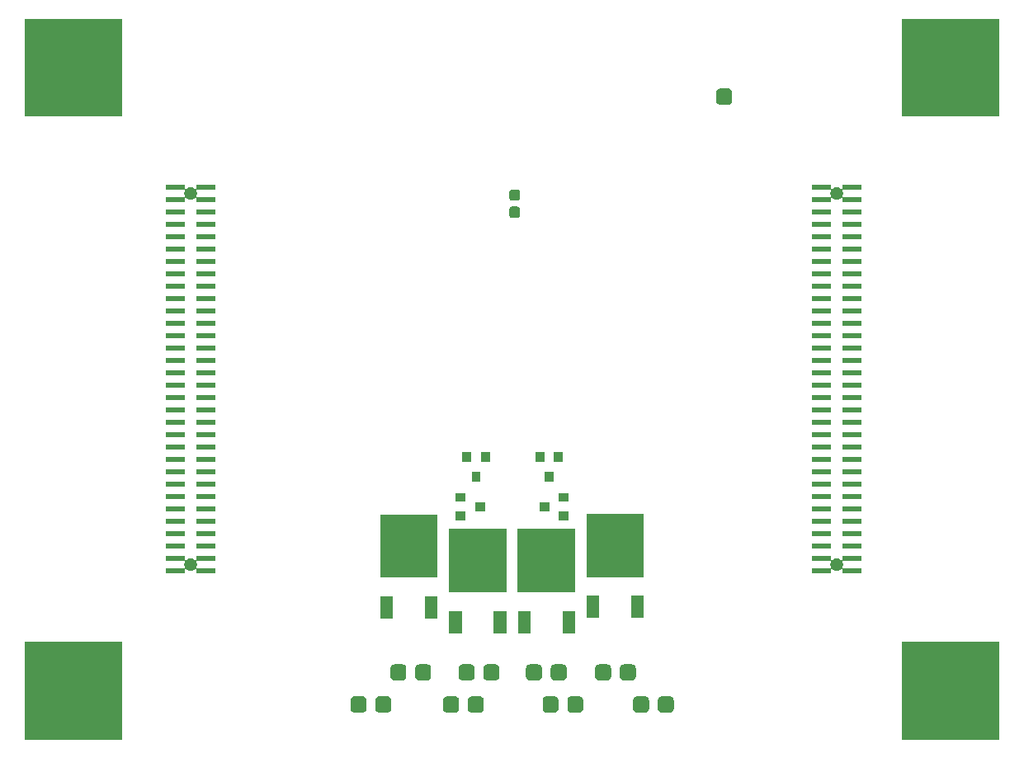
<source format=gbr>
G04 #@! TF.GenerationSoftware,KiCad,Pcbnew,5.1.5-52549c5~84~ubuntu18.04.1*
G04 #@! TF.CreationDate,2020-03-10T09:38:10-07:00*
G04 #@! TF.ProjectId,PD_ElectrodeBoard_v4,50445f45-6c65-4637-9472-6f6465426f61,4*
G04 #@! TF.SameCoordinates,Original*
G04 #@! TF.FileFunction,Soldermask,Bot*
G04 #@! TF.FilePolarity,Negative*
%FSLAX46Y46*%
G04 Gerber Fmt 4.6, Leading zero omitted, Abs format (unit mm)*
G04 Created by KiCad (PCBNEW 5.1.5-52549c5~84~ubuntu18.04.1) date 2020-03-10 09:38:10*
%MOMM*%
%LPD*%
G04 APERTURE LIST*
%ADD10C,0.100000*%
G04 APERTURE END LIST*
D10*
G36*
X250000000Y-124000000D02*
G01*
X240000000Y-124000000D01*
X240000000Y-114000000D01*
X250000000Y-114000000D01*
X250000000Y-124000000D01*
G37*
G36*
X160000000Y-124000000D02*
G01*
X150000000Y-124000000D01*
X150000000Y-114000000D01*
X160000000Y-114000000D01*
X160000000Y-124000000D01*
G37*
G36*
X216285916Y-119594446D02*
G01*
X216355075Y-119615425D01*
X216418803Y-119649488D01*
X216474666Y-119695334D01*
X216520512Y-119751197D01*
X216554575Y-119814925D01*
X216575554Y-119884084D01*
X216583000Y-119959686D01*
X216583000Y-120840314D01*
X216575554Y-120915916D01*
X216554575Y-120985075D01*
X216520512Y-121048803D01*
X216474666Y-121104666D01*
X216418803Y-121150512D01*
X216355075Y-121184575D01*
X216285916Y-121205554D01*
X216210314Y-121213000D01*
X215329686Y-121213000D01*
X215254084Y-121205554D01*
X215184925Y-121184575D01*
X215121197Y-121150512D01*
X215065334Y-121104666D01*
X215019488Y-121048803D01*
X214985425Y-120985075D01*
X214964446Y-120915916D01*
X214957000Y-120840314D01*
X214957000Y-119959686D01*
X214964446Y-119884084D01*
X214985425Y-119814925D01*
X215019488Y-119751197D01*
X215065334Y-119695334D01*
X215121197Y-119649488D01*
X215184925Y-119615425D01*
X215254084Y-119594446D01*
X215329686Y-119587000D01*
X216210314Y-119587000D01*
X216285916Y-119594446D01*
G37*
G36*
X206985916Y-119594446D02*
G01*
X207055075Y-119615425D01*
X207118803Y-119649488D01*
X207174666Y-119695334D01*
X207220512Y-119751197D01*
X207254575Y-119814925D01*
X207275554Y-119884084D01*
X207283000Y-119959686D01*
X207283000Y-120840314D01*
X207275554Y-120915916D01*
X207254575Y-120985075D01*
X207220512Y-121048803D01*
X207174666Y-121104666D01*
X207118803Y-121150512D01*
X207055075Y-121184575D01*
X206985916Y-121205554D01*
X206910314Y-121213000D01*
X206029686Y-121213000D01*
X205954084Y-121205554D01*
X205884925Y-121184575D01*
X205821197Y-121150512D01*
X205765334Y-121104666D01*
X205719488Y-121048803D01*
X205685425Y-120985075D01*
X205664446Y-120915916D01*
X205657000Y-120840314D01*
X205657000Y-119959686D01*
X205664446Y-119884084D01*
X205685425Y-119814925D01*
X205719488Y-119751197D01*
X205765334Y-119695334D01*
X205821197Y-119649488D01*
X205884925Y-119615425D01*
X205954084Y-119594446D01*
X206029686Y-119587000D01*
X206910314Y-119587000D01*
X206985916Y-119594446D01*
G37*
G36*
X204445916Y-119594446D02*
G01*
X204515075Y-119615425D01*
X204578803Y-119649488D01*
X204634666Y-119695334D01*
X204680512Y-119751197D01*
X204714575Y-119814925D01*
X204735554Y-119884084D01*
X204743000Y-119959686D01*
X204743000Y-120840314D01*
X204735554Y-120915916D01*
X204714575Y-120985075D01*
X204680512Y-121048803D01*
X204634666Y-121104666D01*
X204578803Y-121150512D01*
X204515075Y-121184575D01*
X204445916Y-121205554D01*
X204370314Y-121213000D01*
X203489686Y-121213000D01*
X203414084Y-121205554D01*
X203344925Y-121184575D01*
X203281197Y-121150512D01*
X203225334Y-121104666D01*
X203179488Y-121048803D01*
X203145425Y-120985075D01*
X203124446Y-120915916D01*
X203117000Y-120840314D01*
X203117000Y-119959686D01*
X203124446Y-119884084D01*
X203145425Y-119814925D01*
X203179488Y-119751197D01*
X203225334Y-119695334D01*
X203281197Y-119649488D01*
X203344925Y-119615425D01*
X203414084Y-119594446D01*
X203489686Y-119587000D01*
X204370314Y-119587000D01*
X204445916Y-119594446D01*
G37*
G36*
X196785916Y-119594446D02*
G01*
X196855075Y-119615425D01*
X196918803Y-119649488D01*
X196974666Y-119695334D01*
X197020512Y-119751197D01*
X197054575Y-119814925D01*
X197075554Y-119884084D01*
X197083000Y-119959686D01*
X197083000Y-120840314D01*
X197075554Y-120915916D01*
X197054575Y-120985075D01*
X197020512Y-121048803D01*
X196974666Y-121104666D01*
X196918803Y-121150512D01*
X196855075Y-121184575D01*
X196785916Y-121205554D01*
X196710314Y-121213000D01*
X195829686Y-121213000D01*
X195754084Y-121205554D01*
X195684925Y-121184575D01*
X195621197Y-121150512D01*
X195565334Y-121104666D01*
X195519488Y-121048803D01*
X195485425Y-120985075D01*
X195464446Y-120915916D01*
X195457000Y-120840314D01*
X195457000Y-119959686D01*
X195464446Y-119884084D01*
X195485425Y-119814925D01*
X195519488Y-119751197D01*
X195565334Y-119695334D01*
X195621197Y-119649488D01*
X195684925Y-119615425D01*
X195754084Y-119594446D01*
X195829686Y-119587000D01*
X196710314Y-119587000D01*
X196785916Y-119594446D01*
G37*
G36*
X194245916Y-119594446D02*
G01*
X194315075Y-119615425D01*
X194378803Y-119649488D01*
X194434666Y-119695334D01*
X194480512Y-119751197D01*
X194514575Y-119814925D01*
X194535554Y-119884084D01*
X194543000Y-119959686D01*
X194543000Y-120840314D01*
X194535554Y-120915916D01*
X194514575Y-120985075D01*
X194480512Y-121048803D01*
X194434666Y-121104666D01*
X194378803Y-121150512D01*
X194315075Y-121184575D01*
X194245916Y-121205554D01*
X194170314Y-121213000D01*
X193289686Y-121213000D01*
X193214084Y-121205554D01*
X193144925Y-121184575D01*
X193081197Y-121150512D01*
X193025334Y-121104666D01*
X192979488Y-121048803D01*
X192945425Y-120985075D01*
X192924446Y-120915916D01*
X192917000Y-120840314D01*
X192917000Y-119959686D01*
X192924446Y-119884084D01*
X192945425Y-119814925D01*
X192979488Y-119751197D01*
X193025334Y-119695334D01*
X193081197Y-119649488D01*
X193144925Y-119615425D01*
X193214084Y-119594446D01*
X193289686Y-119587000D01*
X194170314Y-119587000D01*
X194245916Y-119594446D01*
G37*
G36*
X187285916Y-119594446D02*
G01*
X187355075Y-119615425D01*
X187418803Y-119649488D01*
X187474666Y-119695334D01*
X187520512Y-119751197D01*
X187554575Y-119814925D01*
X187575554Y-119884084D01*
X187583000Y-119959686D01*
X187583000Y-120840314D01*
X187575554Y-120915916D01*
X187554575Y-120985075D01*
X187520512Y-121048803D01*
X187474666Y-121104666D01*
X187418803Y-121150512D01*
X187355075Y-121184575D01*
X187285916Y-121205554D01*
X187210314Y-121213000D01*
X186329686Y-121213000D01*
X186254084Y-121205554D01*
X186184925Y-121184575D01*
X186121197Y-121150512D01*
X186065334Y-121104666D01*
X186019488Y-121048803D01*
X185985425Y-120985075D01*
X185964446Y-120915916D01*
X185957000Y-120840314D01*
X185957000Y-119959686D01*
X185964446Y-119884084D01*
X185985425Y-119814925D01*
X186019488Y-119751197D01*
X186065334Y-119695334D01*
X186121197Y-119649488D01*
X186184925Y-119615425D01*
X186254084Y-119594446D01*
X186329686Y-119587000D01*
X187210314Y-119587000D01*
X187285916Y-119594446D01*
G37*
G36*
X213745916Y-119594446D02*
G01*
X213815075Y-119615425D01*
X213878803Y-119649488D01*
X213934666Y-119695334D01*
X213980512Y-119751197D01*
X214014575Y-119814925D01*
X214035554Y-119884084D01*
X214043000Y-119959686D01*
X214043000Y-120840314D01*
X214035554Y-120915916D01*
X214014575Y-120985075D01*
X213980512Y-121048803D01*
X213934666Y-121104666D01*
X213878803Y-121150512D01*
X213815075Y-121184575D01*
X213745916Y-121205554D01*
X213670314Y-121213000D01*
X212789686Y-121213000D01*
X212714084Y-121205554D01*
X212644925Y-121184575D01*
X212581197Y-121150512D01*
X212525334Y-121104666D01*
X212479488Y-121048803D01*
X212445425Y-120985075D01*
X212424446Y-120915916D01*
X212417000Y-120840314D01*
X212417000Y-119959686D01*
X212424446Y-119884084D01*
X212445425Y-119814925D01*
X212479488Y-119751197D01*
X212525334Y-119695334D01*
X212581197Y-119649488D01*
X212644925Y-119615425D01*
X212714084Y-119594446D01*
X212789686Y-119587000D01*
X213670314Y-119587000D01*
X213745916Y-119594446D01*
G37*
G36*
X184745916Y-119594446D02*
G01*
X184815075Y-119615425D01*
X184878803Y-119649488D01*
X184934666Y-119695334D01*
X184980512Y-119751197D01*
X185014575Y-119814925D01*
X185035554Y-119884084D01*
X185043000Y-119959686D01*
X185043000Y-120840314D01*
X185035554Y-120915916D01*
X185014575Y-120985075D01*
X184980512Y-121048803D01*
X184934666Y-121104666D01*
X184878803Y-121150512D01*
X184815075Y-121184575D01*
X184745916Y-121205554D01*
X184670314Y-121213000D01*
X183789686Y-121213000D01*
X183714084Y-121205554D01*
X183644925Y-121184575D01*
X183581197Y-121150512D01*
X183525334Y-121104666D01*
X183479488Y-121048803D01*
X183445425Y-120985075D01*
X183424446Y-120915916D01*
X183417000Y-120840314D01*
X183417000Y-119959686D01*
X183424446Y-119884084D01*
X183445425Y-119814925D01*
X183479488Y-119751197D01*
X183525334Y-119695334D01*
X183581197Y-119649488D01*
X183644925Y-119615425D01*
X183714084Y-119594446D01*
X183789686Y-119587000D01*
X184670314Y-119587000D01*
X184745916Y-119594446D01*
G37*
G36*
X198385916Y-116294446D02*
G01*
X198455075Y-116315425D01*
X198518803Y-116349488D01*
X198574666Y-116395334D01*
X198620512Y-116451197D01*
X198654575Y-116514925D01*
X198675554Y-116584084D01*
X198683000Y-116659686D01*
X198683000Y-117540314D01*
X198675554Y-117615916D01*
X198654575Y-117685075D01*
X198620512Y-117748803D01*
X198574666Y-117804666D01*
X198518803Y-117850512D01*
X198455075Y-117884575D01*
X198385916Y-117905554D01*
X198310314Y-117913000D01*
X197429686Y-117913000D01*
X197354084Y-117905554D01*
X197284925Y-117884575D01*
X197221197Y-117850512D01*
X197165334Y-117804666D01*
X197119488Y-117748803D01*
X197085425Y-117685075D01*
X197064446Y-117615916D01*
X197057000Y-117540314D01*
X197057000Y-116659686D01*
X197064446Y-116584084D01*
X197085425Y-116514925D01*
X197119488Y-116451197D01*
X197165334Y-116395334D01*
X197221197Y-116349488D01*
X197284925Y-116315425D01*
X197354084Y-116294446D01*
X197429686Y-116287000D01*
X198310314Y-116287000D01*
X198385916Y-116294446D01*
G37*
G36*
X202745916Y-116294446D02*
G01*
X202815075Y-116315425D01*
X202878803Y-116349488D01*
X202934666Y-116395334D01*
X202980512Y-116451197D01*
X203014575Y-116514925D01*
X203035554Y-116584084D01*
X203043000Y-116659686D01*
X203043000Y-117540314D01*
X203035554Y-117615916D01*
X203014575Y-117685075D01*
X202980512Y-117748803D01*
X202934666Y-117804666D01*
X202878803Y-117850512D01*
X202815075Y-117884575D01*
X202745916Y-117905554D01*
X202670314Y-117913000D01*
X201789686Y-117913000D01*
X201714084Y-117905554D01*
X201644925Y-117884575D01*
X201581197Y-117850512D01*
X201525334Y-117804666D01*
X201479488Y-117748803D01*
X201445425Y-117685075D01*
X201424446Y-117615916D01*
X201417000Y-117540314D01*
X201417000Y-116659686D01*
X201424446Y-116584084D01*
X201445425Y-116514925D01*
X201479488Y-116451197D01*
X201525334Y-116395334D01*
X201581197Y-116349488D01*
X201644925Y-116315425D01*
X201714084Y-116294446D01*
X201789686Y-116287000D01*
X202670314Y-116287000D01*
X202745916Y-116294446D01*
G37*
G36*
X205285916Y-116294446D02*
G01*
X205355075Y-116315425D01*
X205418803Y-116349488D01*
X205474666Y-116395334D01*
X205520512Y-116451197D01*
X205554575Y-116514925D01*
X205575554Y-116584084D01*
X205583000Y-116659686D01*
X205583000Y-117540314D01*
X205575554Y-117615916D01*
X205554575Y-117685075D01*
X205520512Y-117748803D01*
X205474666Y-117804666D01*
X205418803Y-117850512D01*
X205355075Y-117884575D01*
X205285916Y-117905554D01*
X205210314Y-117913000D01*
X204329686Y-117913000D01*
X204254084Y-117905554D01*
X204184925Y-117884575D01*
X204121197Y-117850512D01*
X204065334Y-117804666D01*
X204019488Y-117748803D01*
X203985425Y-117685075D01*
X203964446Y-117615916D01*
X203957000Y-117540314D01*
X203957000Y-116659686D01*
X203964446Y-116584084D01*
X203985425Y-116514925D01*
X204019488Y-116451197D01*
X204065334Y-116395334D01*
X204121197Y-116349488D01*
X204184925Y-116315425D01*
X204254084Y-116294446D01*
X204329686Y-116287000D01*
X205210314Y-116287000D01*
X205285916Y-116294446D01*
G37*
G36*
X209845916Y-116294446D02*
G01*
X209915075Y-116315425D01*
X209978803Y-116349488D01*
X210034666Y-116395334D01*
X210080512Y-116451197D01*
X210114575Y-116514925D01*
X210135554Y-116584084D01*
X210143000Y-116659686D01*
X210143000Y-117540314D01*
X210135554Y-117615916D01*
X210114575Y-117685075D01*
X210080512Y-117748803D01*
X210034666Y-117804666D01*
X209978803Y-117850512D01*
X209915075Y-117884575D01*
X209845916Y-117905554D01*
X209770314Y-117913000D01*
X208889686Y-117913000D01*
X208814084Y-117905554D01*
X208744925Y-117884575D01*
X208681197Y-117850512D01*
X208625334Y-117804666D01*
X208579488Y-117748803D01*
X208545425Y-117685075D01*
X208524446Y-117615916D01*
X208517000Y-117540314D01*
X208517000Y-116659686D01*
X208524446Y-116584084D01*
X208545425Y-116514925D01*
X208579488Y-116451197D01*
X208625334Y-116395334D01*
X208681197Y-116349488D01*
X208744925Y-116315425D01*
X208814084Y-116294446D01*
X208889686Y-116287000D01*
X209770314Y-116287000D01*
X209845916Y-116294446D01*
G37*
G36*
X212385916Y-116294446D02*
G01*
X212455075Y-116315425D01*
X212518803Y-116349488D01*
X212574666Y-116395334D01*
X212620512Y-116451197D01*
X212654575Y-116514925D01*
X212675554Y-116584084D01*
X212683000Y-116659686D01*
X212683000Y-117540314D01*
X212675554Y-117615916D01*
X212654575Y-117685075D01*
X212620512Y-117748803D01*
X212574666Y-117804666D01*
X212518803Y-117850512D01*
X212455075Y-117884575D01*
X212385916Y-117905554D01*
X212310314Y-117913000D01*
X211429686Y-117913000D01*
X211354084Y-117905554D01*
X211284925Y-117884575D01*
X211221197Y-117850512D01*
X211165334Y-117804666D01*
X211119488Y-117748803D01*
X211085425Y-117685075D01*
X211064446Y-117615916D01*
X211057000Y-117540314D01*
X211057000Y-116659686D01*
X211064446Y-116584084D01*
X211085425Y-116514925D01*
X211119488Y-116451197D01*
X211165334Y-116395334D01*
X211221197Y-116349488D01*
X211284925Y-116315425D01*
X211354084Y-116294446D01*
X211429686Y-116287000D01*
X212310314Y-116287000D01*
X212385916Y-116294446D01*
G37*
G36*
X188845916Y-116294446D02*
G01*
X188915075Y-116315425D01*
X188978803Y-116349488D01*
X189034666Y-116395334D01*
X189080512Y-116451197D01*
X189114575Y-116514925D01*
X189135554Y-116584084D01*
X189143000Y-116659686D01*
X189143000Y-117540314D01*
X189135554Y-117615916D01*
X189114575Y-117685075D01*
X189080512Y-117748803D01*
X189034666Y-117804666D01*
X188978803Y-117850512D01*
X188915075Y-117884575D01*
X188845916Y-117905554D01*
X188770314Y-117913000D01*
X187889686Y-117913000D01*
X187814084Y-117905554D01*
X187744925Y-117884575D01*
X187681197Y-117850512D01*
X187625334Y-117804666D01*
X187579488Y-117748803D01*
X187545425Y-117685075D01*
X187524446Y-117615916D01*
X187517000Y-117540314D01*
X187517000Y-116659686D01*
X187524446Y-116584084D01*
X187545425Y-116514925D01*
X187579488Y-116451197D01*
X187625334Y-116395334D01*
X187681197Y-116349488D01*
X187744925Y-116315425D01*
X187814084Y-116294446D01*
X187889686Y-116287000D01*
X188770314Y-116287000D01*
X188845916Y-116294446D01*
G37*
G36*
X195845916Y-116294446D02*
G01*
X195915075Y-116315425D01*
X195978803Y-116349488D01*
X196034666Y-116395334D01*
X196080512Y-116451197D01*
X196114575Y-116514925D01*
X196135554Y-116584084D01*
X196143000Y-116659686D01*
X196143000Y-117540314D01*
X196135554Y-117615916D01*
X196114575Y-117685075D01*
X196080512Y-117748803D01*
X196034666Y-117804666D01*
X195978803Y-117850512D01*
X195915075Y-117884575D01*
X195845916Y-117905554D01*
X195770314Y-117913000D01*
X194889686Y-117913000D01*
X194814084Y-117905554D01*
X194744925Y-117884575D01*
X194681197Y-117850512D01*
X194625334Y-117804666D01*
X194579488Y-117748803D01*
X194545425Y-117685075D01*
X194524446Y-117615916D01*
X194517000Y-117540314D01*
X194517000Y-116659686D01*
X194524446Y-116584084D01*
X194545425Y-116514925D01*
X194579488Y-116451197D01*
X194625334Y-116395334D01*
X194681197Y-116349488D01*
X194744925Y-116315425D01*
X194814084Y-116294446D01*
X194889686Y-116287000D01*
X195770314Y-116287000D01*
X195845916Y-116294446D01*
G37*
G36*
X191385916Y-116294446D02*
G01*
X191455075Y-116315425D01*
X191518803Y-116349488D01*
X191574666Y-116395334D01*
X191620512Y-116451197D01*
X191654575Y-116514925D01*
X191675554Y-116584084D01*
X191683000Y-116659686D01*
X191683000Y-117540314D01*
X191675554Y-117615916D01*
X191654575Y-117685075D01*
X191620512Y-117748803D01*
X191574666Y-117804666D01*
X191518803Y-117850512D01*
X191455075Y-117884575D01*
X191385916Y-117905554D01*
X191310314Y-117913000D01*
X190429686Y-117913000D01*
X190354084Y-117905554D01*
X190284925Y-117884575D01*
X190221197Y-117850512D01*
X190165334Y-117804666D01*
X190119488Y-117748803D01*
X190085425Y-117685075D01*
X190064446Y-117615916D01*
X190057000Y-117540314D01*
X190057000Y-116659686D01*
X190064446Y-116584084D01*
X190085425Y-116514925D01*
X190119488Y-116451197D01*
X190165334Y-116395334D01*
X190221197Y-116349488D01*
X190284925Y-116315425D01*
X190354084Y-116294446D01*
X190429686Y-116287000D01*
X191310314Y-116287000D01*
X191385916Y-116294446D01*
G37*
G36*
X194846000Y-113101000D02*
G01*
X193544000Y-113101000D01*
X193544000Y-110799000D01*
X194846000Y-110799000D01*
X194846000Y-113101000D01*
G37*
G36*
X201896000Y-113101000D02*
G01*
X200594000Y-113101000D01*
X200594000Y-110799000D01*
X201896000Y-110799000D01*
X201896000Y-113101000D01*
G37*
G36*
X206456000Y-113101000D02*
G01*
X205154000Y-113101000D01*
X205154000Y-110799000D01*
X206456000Y-110799000D01*
X206456000Y-113101000D01*
G37*
G36*
X199406000Y-113101000D02*
G01*
X198104000Y-113101000D01*
X198104000Y-110799000D01*
X199406000Y-110799000D01*
X199406000Y-113101000D01*
G37*
G36*
X187771000Y-111601000D02*
G01*
X186469000Y-111601000D01*
X186469000Y-109299000D01*
X187771000Y-109299000D01*
X187771000Y-111601000D01*
G37*
G36*
X192331000Y-111601000D02*
G01*
X191029000Y-111601000D01*
X191029000Y-109299000D01*
X192331000Y-109299000D01*
X192331000Y-111601000D01*
G37*
G36*
X208946000Y-111551000D02*
G01*
X207644000Y-111551000D01*
X207644000Y-109249000D01*
X208946000Y-109249000D01*
X208946000Y-111551000D01*
G37*
G36*
X213506000Y-111551000D02*
G01*
X212204000Y-111551000D01*
X212204000Y-109249000D01*
X213506000Y-109249000D01*
X213506000Y-111551000D01*
G37*
G36*
X199426000Y-108901000D02*
G01*
X193524000Y-108901000D01*
X193524000Y-102399000D01*
X199426000Y-102399000D01*
X199426000Y-108901000D01*
G37*
G36*
X206476000Y-108901000D02*
G01*
X200574000Y-108901000D01*
X200574000Y-102399000D01*
X206476000Y-102399000D01*
X206476000Y-108901000D01*
G37*
G36*
X192351000Y-107401000D02*
G01*
X186449000Y-107401000D01*
X186449000Y-100899000D01*
X192351000Y-100899000D01*
X192351000Y-107401000D01*
G37*
G36*
X213526000Y-107351000D02*
G01*
X207624000Y-107351000D01*
X207624000Y-100849000D01*
X213526000Y-100849000D01*
X213526000Y-107351000D01*
G37*
G36*
X232690600Y-105562068D02*
G01*
X232692041Y-105576700D01*
X232696309Y-105590769D01*
X232703240Y-105603735D01*
X232712567Y-105615100D01*
X232723932Y-105624427D01*
X232736898Y-105631358D01*
X232750967Y-105635626D01*
X232765599Y-105637067D01*
X232780231Y-105635626D01*
X232794300Y-105631358D01*
X232807266Y-105624427D01*
X232818631Y-105615100D01*
X232886988Y-105546743D01*
X232993102Y-105475839D01*
X233111015Y-105426998D01*
X233236187Y-105402100D01*
X233363813Y-105402100D01*
X233488985Y-105426998D01*
X233606898Y-105475839D01*
X233713012Y-105546743D01*
X233781369Y-105615100D01*
X233792734Y-105624427D01*
X233805700Y-105631358D01*
X233819769Y-105635626D01*
X233834401Y-105637067D01*
X233849033Y-105635626D01*
X233863102Y-105631358D01*
X233876068Y-105624427D01*
X233887433Y-105615100D01*
X233896760Y-105603735D01*
X233903691Y-105590769D01*
X233907959Y-105576700D01*
X233909400Y-105562068D01*
X233909400Y-105135400D01*
X235865600Y-105135400D01*
X235865600Y-105694600D01*
X233966315Y-105694600D01*
X233951683Y-105696041D01*
X233937614Y-105700309D01*
X233924648Y-105707240D01*
X233913283Y-105716567D01*
X233903956Y-105727932D01*
X233897025Y-105740898D01*
X233892757Y-105754967D01*
X233891316Y-105769599D01*
X233892757Y-105784231D01*
X233897025Y-105798300D01*
X233923002Y-105861014D01*
X233947900Y-105986187D01*
X233947900Y-106113813D01*
X233923002Y-106238986D01*
X233897025Y-106301700D01*
X233892757Y-106315769D01*
X233891316Y-106330401D01*
X233892757Y-106345033D01*
X233897025Y-106359102D01*
X233903956Y-106372068D01*
X233913283Y-106383433D01*
X233924648Y-106392760D01*
X233937614Y-106399691D01*
X233951683Y-106403959D01*
X233966315Y-106405400D01*
X235865600Y-106405400D01*
X235865600Y-106964600D01*
X233909400Y-106964600D01*
X233909400Y-106537932D01*
X233907959Y-106523300D01*
X233903691Y-106509231D01*
X233896760Y-106496265D01*
X233887433Y-106484900D01*
X233876068Y-106475573D01*
X233863102Y-106468642D01*
X233849033Y-106464374D01*
X233834401Y-106462933D01*
X233819769Y-106464374D01*
X233805700Y-106468642D01*
X233792734Y-106475573D01*
X233781369Y-106484900D01*
X233713012Y-106553257D01*
X233606898Y-106624161D01*
X233488985Y-106673002D01*
X233363813Y-106697900D01*
X233236187Y-106697900D01*
X233111015Y-106673002D01*
X232993102Y-106624161D01*
X232886988Y-106553257D01*
X232818631Y-106484900D01*
X232807266Y-106475573D01*
X232794300Y-106468642D01*
X232780231Y-106464374D01*
X232765599Y-106462933D01*
X232750967Y-106464374D01*
X232736898Y-106468642D01*
X232723932Y-106475573D01*
X232712567Y-106484900D01*
X232703240Y-106496265D01*
X232696309Y-106509231D01*
X232692041Y-106523300D01*
X232690600Y-106537932D01*
X232690600Y-106964600D01*
X230734400Y-106964600D01*
X230734400Y-106405400D01*
X232633685Y-106405400D01*
X232648317Y-106403959D01*
X232662386Y-106399691D01*
X232675352Y-106392760D01*
X232686717Y-106383433D01*
X232696044Y-106372068D01*
X232702975Y-106359102D01*
X232707243Y-106345033D01*
X232708684Y-106330401D01*
X232707243Y-106315769D01*
X232702975Y-106301700D01*
X232676998Y-106238986D01*
X232652100Y-106113813D01*
X232652100Y-105986187D01*
X232676998Y-105861014D01*
X232702975Y-105798300D01*
X232707243Y-105784231D01*
X232708684Y-105769599D01*
X232707243Y-105754967D01*
X232702975Y-105740898D01*
X232696044Y-105727932D01*
X232686717Y-105716567D01*
X232675352Y-105707240D01*
X232662386Y-105700309D01*
X232648317Y-105696041D01*
X232633685Y-105694600D01*
X230734400Y-105694600D01*
X230734400Y-105135400D01*
X232690600Y-105135400D01*
X232690600Y-105562068D01*
G37*
G36*
X166390600Y-105562068D02*
G01*
X166392041Y-105576700D01*
X166396309Y-105590769D01*
X166403240Y-105603735D01*
X166412567Y-105615100D01*
X166423932Y-105624427D01*
X166436898Y-105631358D01*
X166450967Y-105635626D01*
X166465599Y-105637067D01*
X166480231Y-105635626D01*
X166494300Y-105631358D01*
X166507266Y-105624427D01*
X166518631Y-105615100D01*
X166586988Y-105546743D01*
X166693102Y-105475839D01*
X166811015Y-105426998D01*
X166936187Y-105402100D01*
X167063813Y-105402100D01*
X167188985Y-105426998D01*
X167306898Y-105475839D01*
X167413012Y-105546743D01*
X167481369Y-105615100D01*
X167492734Y-105624427D01*
X167505700Y-105631358D01*
X167519769Y-105635626D01*
X167534401Y-105637067D01*
X167549033Y-105635626D01*
X167563102Y-105631358D01*
X167576068Y-105624427D01*
X167587433Y-105615100D01*
X167596760Y-105603735D01*
X167603691Y-105590769D01*
X167607959Y-105576700D01*
X167609400Y-105562068D01*
X167609400Y-105135400D01*
X169565600Y-105135400D01*
X169565600Y-105694600D01*
X167666315Y-105694600D01*
X167651683Y-105696041D01*
X167637614Y-105700309D01*
X167624648Y-105707240D01*
X167613283Y-105716567D01*
X167603956Y-105727932D01*
X167597025Y-105740898D01*
X167592757Y-105754967D01*
X167591316Y-105769599D01*
X167592757Y-105784231D01*
X167597025Y-105798300D01*
X167623002Y-105861014D01*
X167647900Y-105986187D01*
X167647900Y-106113813D01*
X167623002Y-106238986D01*
X167597025Y-106301700D01*
X167592757Y-106315769D01*
X167591316Y-106330401D01*
X167592757Y-106345033D01*
X167597025Y-106359102D01*
X167603956Y-106372068D01*
X167613283Y-106383433D01*
X167624648Y-106392760D01*
X167637614Y-106399691D01*
X167651683Y-106403959D01*
X167666315Y-106405400D01*
X169565600Y-106405400D01*
X169565600Y-106964600D01*
X167609400Y-106964600D01*
X167609400Y-106537932D01*
X167607959Y-106523300D01*
X167603691Y-106509231D01*
X167596760Y-106496265D01*
X167587433Y-106484900D01*
X167576068Y-106475573D01*
X167563102Y-106468642D01*
X167549033Y-106464374D01*
X167534401Y-106462933D01*
X167519769Y-106464374D01*
X167505700Y-106468642D01*
X167492734Y-106475573D01*
X167481369Y-106484900D01*
X167413012Y-106553257D01*
X167306898Y-106624161D01*
X167188985Y-106673002D01*
X167063813Y-106697900D01*
X166936187Y-106697900D01*
X166811015Y-106673002D01*
X166693102Y-106624161D01*
X166586988Y-106553257D01*
X166518631Y-106484900D01*
X166507266Y-106475573D01*
X166494300Y-106468642D01*
X166480231Y-106464374D01*
X166465599Y-106462933D01*
X166450967Y-106464374D01*
X166436898Y-106468642D01*
X166423932Y-106475573D01*
X166412567Y-106484900D01*
X166403240Y-106496265D01*
X166396309Y-106509231D01*
X166392041Y-106523300D01*
X166390600Y-106537932D01*
X166390600Y-106964600D01*
X164434400Y-106964600D01*
X164434400Y-106405400D01*
X166333685Y-106405400D01*
X166348317Y-106403959D01*
X166362386Y-106399691D01*
X166375352Y-106392760D01*
X166386717Y-106383433D01*
X166396044Y-106372068D01*
X166402975Y-106359102D01*
X166407243Y-106345033D01*
X166408684Y-106330401D01*
X166407243Y-106315769D01*
X166402975Y-106301700D01*
X166376998Y-106238986D01*
X166352100Y-106113813D01*
X166352100Y-105986187D01*
X166376998Y-105861014D01*
X166402975Y-105798300D01*
X166407243Y-105784231D01*
X166408684Y-105769599D01*
X166407243Y-105754967D01*
X166402975Y-105740898D01*
X166396044Y-105727932D01*
X166386717Y-105716567D01*
X166375352Y-105707240D01*
X166362386Y-105700309D01*
X166348317Y-105696041D01*
X166333685Y-105694600D01*
X164434400Y-105694600D01*
X164434400Y-105135400D01*
X166390600Y-105135400D01*
X166390600Y-105562068D01*
G37*
G36*
X232690600Y-104424600D02*
G01*
X230734400Y-104424600D01*
X230734400Y-103865400D01*
X232690600Y-103865400D01*
X232690600Y-104424600D01*
G37*
G36*
X235865600Y-104424600D02*
G01*
X233909400Y-104424600D01*
X233909400Y-103865400D01*
X235865600Y-103865400D01*
X235865600Y-104424600D01*
G37*
G36*
X169565600Y-104424600D02*
G01*
X167609400Y-104424600D01*
X167609400Y-103865400D01*
X169565600Y-103865400D01*
X169565600Y-104424600D01*
G37*
G36*
X166390600Y-104424600D02*
G01*
X164434400Y-104424600D01*
X164434400Y-103865400D01*
X166390600Y-103865400D01*
X166390600Y-104424600D01*
G37*
G36*
X235865600Y-103154600D02*
G01*
X233909400Y-103154600D01*
X233909400Y-102595400D01*
X235865600Y-102595400D01*
X235865600Y-103154600D01*
G37*
G36*
X232690600Y-103154600D02*
G01*
X230734400Y-103154600D01*
X230734400Y-102595400D01*
X232690600Y-102595400D01*
X232690600Y-103154600D01*
G37*
G36*
X169565600Y-103154600D02*
G01*
X167609400Y-103154600D01*
X167609400Y-102595400D01*
X169565600Y-102595400D01*
X169565600Y-103154600D01*
G37*
G36*
X166390600Y-103154600D02*
G01*
X164434400Y-103154600D01*
X164434400Y-102595400D01*
X166390600Y-102595400D01*
X166390600Y-103154600D01*
G37*
G36*
X166390600Y-101884600D02*
G01*
X164434400Y-101884600D01*
X164434400Y-101325400D01*
X166390600Y-101325400D01*
X166390600Y-101884600D01*
G37*
G36*
X232690600Y-101884600D02*
G01*
X230734400Y-101884600D01*
X230734400Y-101325400D01*
X232690600Y-101325400D01*
X232690600Y-101884600D01*
G37*
G36*
X235865600Y-101884600D02*
G01*
X233909400Y-101884600D01*
X233909400Y-101325400D01*
X235865600Y-101325400D01*
X235865600Y-101884600D01*
G37*
G36*
X169565600Y-101884600D02*
G01*
X167609400Y-101884600D01*
X167609400Y-101325400D01*
X169565600Y-101325400D01*
X169565600Y-101884600D01*
G37*
G36*
X205801000Y-101501000D02*
G01*
X204799000Y-101501000D01*
X204799000Y-100599000D01*
X205801000Y-100599000D01*
X205801000Y-101501000D01*
G37*
G36*
X195201000Y-101501000D02*
G01*
X194199000Y-101501000D01*
X194199000Y-100599000D01*
X195201000Y-100599000D01*
X195201000Y-101501000D01*
G37*
G36*
X235865600Y-100614600D02*
G01*
X233909400Y-100614600D01*
X233909400Y-100055400D01*
X235865600Y-100055400D01*
X235865600Y-100614600D01*
G37*
G36*
X232690600Y-100614600D02*
G01*
X230734400Y-100614600D01*
X230734400Y-100055400D01*
X232690600Y-100055400D01*
X232690600Y-100614600D01*
G37*
G36*
X169565600Y-100614600D02*
G01*
X167609400Y-100614600D01*
X167609400Y-100055400D01*
X169565600Y-100055400D01*
X169565600Y-100614600D01*
G37*
G36*
X166390600Y-100614600D02*
G01*
X164434400Y-100614600D01*
X164434400Y-100055400D01*
X166390600Y-100055400D01*
X166390600Y-100614600D01*
G37*
G36*
X203801000Y-100551000D02*
G01*
X202799000Y-100551000D01*
X202799000Y-99649000D01*
X203801000Y-99649000D01*
X203801000Y-100551000D01*
G37*
G36*
X197201000Y-100551000D02*
G01*
X196199000Y-100551000D01*
X196199000Y-99649000D01*
X197201000Y-99649000D01*
X197201000Y-100551000D01*
G37*
G36*
X205801000Y-99601000D02*
G01*
X204799000Y-99601000D01*
X204799000Y-98699000D01*
X205801000Y-98699000D01*
X205801000Y-99601000D01*
G37*
G36*
X195201000Y-99601000D02*
G01*
X194199000Y-99601000D01*
X194199000Y-98699000D01*
X195201000Y-98699000D01*
X195201000Y-99601000D01*
G37*
G36*
X232690600Y-99344600D02*
G01*
X230734400Y-99344600D01*
X230734400Y-98785400D01*
X232690600Y-98785400D01*
X232690600Y-99344600D01*
G37*
G36*
X235865600Y-99344600D02*
G01*
X233909400Y-99344600D01*
X233909400Y-98785400D01*
X235865600Y-98785400D01*
X235865600Y-99344600D01*
G37*
G36*
X166390600Y-99344600D02*
G01*
X164434400Y-99344600D01*
X164434400Y-98785400D01*
X166390600Y-98785400D01*
X166390600Y-99344600D01*
G37*
G36*
X169565600Y-99344600D02*
G01*
X167609400Y-99344600D01*
X167609400Y-98785400D01*
X169565600Y-98785400D01*
X169565600Y-99344600D01*
G37*
G36*
X169565600Y-98074600D02*
G01*
X167609400Y-98074600D01*
X167609400Y-97515400D01*
X169565600Y-97515400D01*
X169565600Y-98074600D01*
G37*
G36*
X235865600Y-98074600D02*
G01*
X233909400Y-98074600D01*
X233909400Y-97515400D01*
X235865600Y-97515400D01*
X235865600Y-98074600D01*
G37*
G36*
X166390600Y-98074600D02*
G01*
X164434400Y-98074600D01*
X164434400Y-97515400D01*
X166390600Y-97515400D01*
X166390600Y-98074600D01*
G37*
G36*
X232690600Y-98074600D02*
G01*
X230734400Y-98074600D01*
X230734400Y-97515400D01*
X232690600Y-97515400D01*
X232690600Y-98074600D01*
G37*
G36*
X204251000Y-97501000D02*
G01*
X203349000Y-97501000D01*
X203349000Y-96499000D01*
X204251000Y-96499000D01*
X204251000Y-97501000D01*
G37*
G36*
X196751000Y-97501000D02*
G01*
X195849000Y-97501000D01*
X195849000Y-96499000D01*
X196751000Y-96499000D01*
X196751000Y-97501000D01*
G37*
G36*
X166390600Y-96804600D02*
G01*
X164434400Y-96804600D01*
X164434400Y-96245400D01*
X166390600Y-96245400D01*
X166390600Y-96804600D01*
G37*
G36*
X232690600Y-96804600D02*
G01*
X230734400Y-96804600D01*
X230734400Y-96245400D01*
X232690600Y-96245400D01*
X232690600Y-96804600D01*
G37*
G36*
X235865600Y-96804600D02*
G01*
X233909400Y-96804600D01*
X233909400Y-96245400D01*
X235865600Y-96245400D01*
X235865600Y-96804600D01*
G37*
G36*
X169565600Y-96804600D02*
G01*
X167609400Y-96804600D01*
X167609400Y-96245400D01*
X169565600Y-96245400D01*
X169565600Y-96804600D01*
G37*
G36*
X235865600Y-95534600D02*
G01*
X233909400Y-95534600D01*
X233909400Y-94975400D01*
X235865600Y-94975400D01*
X235865600Y-95534600D01*
G37*
G36*
X232690600Y-95534600D02*
G01*
X230734400Y-95534600D01*
X230734400Y-94975400D01*
X232690600Y-94975400D01*
X232690600Y-95534600D01*
G37*
G36*
X166390600Y-95534600D02*
G01*
X164434400Y-95534600D01*
X164434400Y-94975400D01*
X166390600Y-94975400D01*
X166390600Y-95534600D01*
G37*
G36*
X169565600Y-95534600D02*
G01*
X167609400Y-95534600D01*
X167609400Y-94975400D01*
X169565600Y-94975400D01*
X169565600Y-95534600D01*
G37*
G36*
X205201000Y-95501000D02*
G01*
X204299000Y-95501000D01*
X204299000Y-94499000D01*
X205201000Y-94499000D01*
X205201000Y-95501000D01*
G37*
G36*
X195801000Y-95501000D02*
G01*
X194899000Y-95501000D01*
X194899000Y-94499000D01*
X195801000Y-94499000D01*
X195801000Y-95501000D01*
G37*
G36*
X197701000Y-95501000D02*
G01*
X196799000Y-95501000D01*
X196799000Y-94499000D01*
X197701000Y-94499000D01*
X197701000Y-95501000D01*
G37*
G36*
X203301000Y-95501000D02*
G01*
X202399000Y-95501000D01*
X202399000Y-94499000D01*
X203301000Y-94499000D01*
X203301000Y-95501000D01*
G37*
G36*
X232690600Y-94264600D02*
G01*
X230734400Y-94264600D01*
X230734400Y-93705400D01*
X232690600Y-93705400D01*
X232690600Y-94264600D01*
G37*
G36*
X235865600Y-94264600D02*
G01*
X233909400Y-94264600D01*
X233909400Y-93705400D01*
X235865600Y-93705400D01*
X235865600Y-94264600D01*
G37*
G36*
X169565600Y-94264600D02*
G01*
X167609400Y-94264600D01*
X167609400Y-93705400D01*
X169565600Y-93705400D01*
X169565600Y-94264600D01*
G37*
G36*
X166390600Y-94264600D02*
G01*
X164434400Y-94264600D01*
X164434400Y-93705400D01*
X166390600Y-93705400D01*
X166390600Y-94264600D01*
G37*
G36*
X166390600Y-92994600D02*
G01*
X164434400Y-92994600D01*
X164434400Y-92435400D01*
X166390600Y-92435400D01*
X166390600Y-92994600D01*
G37*
G36*
X235865600Y-92994600D02*
G01*
X233909400Y-92994600D01*
X233909400Y-92435400D01*
X235865600Y-92435400D01*
X235865600Y-92994600D01*
G37*
G36*
X232690600Y-92994600D02*
G01*
X230734400Y-92994600D01*
X230734400Y-92435400D01*
X232690600Y-92435400D01*
X232690600Y-92994600D01*
G37*
G36*
X169565600Y-92994600D02*
G01*
X167609400Y-92994600D01*
X167609400Y-92435400D01*
X169565600Y-92435400D01*
X169565600Y-92994600D01*
G37*
G36*
X166390600Y-91724600D02*
G01*
X164434400Y-91724600D01*
X164434400Y-91165400D01*
X166390600Y-91165400D01*
X166390600Y-91724600D01*
G37*
G36*
X235865600Y-91724600D02*
G01*
X233909400Y-91724600D01*
X233909400Y-91165400D01*
X235865600Y-91165400D01*
X235865600Y-91724600D01*
G37*
G36*
X232690600Y-91724600D02*
G01*
X230734400Y-91724600D01*
X230734400Y-91165400D01*
X232690600Y-91165400D01*
X232690600Y-91724600D01*
G37*
G36*
X169565600Y-91724600D02*
G01*
X167609400Y-91724600D01*
X167609400Y-91165400D01*
X169565600Y-91165400D01*
X169565600Y-91724600D01*
G37*
G36*
X166390600Y-90454600D02*
G01*
X164434400Y-90454600D01*
X164434400Y-89895400D01*
X166390600Y-89895400D01*
X166390600Y-90454600D01*
G37*
G36*
X169565600Y-90454600D02*
G01*
X167609400Y-90454600D01*
X167609400Y-89895400D01*
X169565600Y-89895400D01*
X169565600Y-90454600D01*
G37*
G36*
X232690600Y-90454600D02*
G01*
X230734400Y-90454600D01*
X230734400Y-89895400D01*
X232690600Y-89895400D01*
X232690600Y-90454600D01*
G37*
G36*
X235865600Y-90454600D02*
G01*
X233909400Y-90454600D01*
X233909400Y-89895400D01*
X235865600Y-89895400D01*
X235865600Y-90454600D01*
G37*
G36*
X235865600Y-89184600D02*
G01*
X233909400Y-89184600D01*
X233909400Y-88625400D01*
X235865600Y-88625400D01*
X235865600Y-89184600D01*
G37*
G36*
X232690600Y-89184600D02*
G01*
X230734400Y-89184600D01*
X230734400Y-88625400D01*
X232690600Y-88625400D01*
X232690600Y-89184600D01*
G37*
G36*
X169565600Y-89184600D02*
G01*
X167609400Y-89184600D01*
X167609400Y-88625400D01*
X169565600Y-88625400D01*
X169565600Y-89184600D01*
G37*
G36*
X166390600Y-89184600D02*
G01*
X164434400Y-89184600D01*
X164434400Y-88625400D01*
X166390600Y-88625400D01*
X166390600Y-89184600D01*
G37*
G36*
X169565600Y-87914600D02*
G01*
X167609400Y-87914600D01*
X167609400Y-87355400D01*
X169565600Y-87355400D01*
X169565600Y-87914600D01*
G37*
G36*
X232690600Y-87914600D02*
G01*
X230734400Y-87914600D01*
X230734400Y-87355400D01*
X232690600Y-87355400D01*
X232690600Y-87914600D01*
G37*
G36*
X235865600Y-87914600D02*
G01*
X233909400Y-87914600D01*
X233909400Y-87355400D01*
X235865600Y-87355400D01*
X235865600Y-87914600D01*
G37*
G36*
X166390600Y-87914600D02*
G01*
X164434400Y-87914600D01*
X164434400Y-87355400D01*
X166390600Y-87355400D01*
X166390600Y-87914600D01*
G37*
G36*
X235865600Y-86644600D02*
G01*
X233909400Y-86644600D01*
X233909400Y-86085400D01*
X235865600Y-86085400D01*
X235865600Y-86644600D01*
G37*
G36*
X232690600Y-86644600D02*
G01*
X230734400Y-86644600D01*
X230734400Y-86085400D01*
X232690600Y-86085400D01*
X232690600Y-86644600D01*
G37*
G36*
X169565600Y-86644600D02*
G01*
X167609400Y-86644600D01*
X167609400Y-86085400D01*
X169565600Y-86085400D01*
X169565600Y-86644600D01*
G37*
G36*
X166390600Y-86644600D02*
G01*
X164434400Y-86644600D01*
X164434400Y-86085400D01*
X166390600Y-86085400D01*
X166390600Y-86644600D01*
G37*
G36*
X232690600Y-85374600D02*
G01*
X230734400Y-85374600D01*
X230734400Y-84815400D01*
X232690600Y-84815400D01*
X232690600Y-85374600D01*
G37*
G36*
X169565600Y-85374600D02*
G01*
X167609400Y-85374600D01*
X167609400Y-84815400D01*
X169565600Y-84815400D01*
X169565600Y-85374600D01*
G37*
G36*
X166390600Y-85374600D02*
G01*
X164434400Y-85374600D01*
X164434400Y-84815400D01*
X166390600Y-84815400D01*
X166390600Y-85374600D01*
G37*
G36*
X235865600Y-85374600D02*
G01*
X233909400Y-85374600D01*
X233909400Y-84815400D01*
X235865600Y-84815400D01*
X235865600Y-85374600D01*
G37*
G36*
X169565600Y-84104600D02*
G01*
X167609400Y-84104600D01*
X167609400Y-83545400D01*
X169565600Y-83545400D01*
X169565600Y-84104600D01*
G37*
G36*
X166390600Y-84104600D02*
G01*
X164434400Y-84104600D01*
X164434400Y-83545400D01*
X166390600Y-83545400D01*
X166390600Y-84104600D01*
G37*
G36*
X232690600Y-84104600D02*
G01*
X230734400Y-84104600D01*
X230734400Y-83545400D01*
X232690600Y-83545400D01*
X232690600Y-84104600D01*
G37*
G36*
X235865600Y-84104600D02*
G01*
X233909400Y-84104600D01*
X233909400Y-83545400D01*
X235865600Y-83545400D01*
X235865600Y-84104600D01*
G37*
G36*
X166390600Y-82834600D02*
G01*
X164434400Y-82834600D01*
X164434400Y-82275400D01*
X166390600Y-82275400D01*
X166390600Y-82834600D01*
G37*
G36*
X169565600Y-82834600D02*
G01*
X167609400Y-82834600D01*
X167609400Y-82275400D01*
X169565600Y-82275400D01*
X169565600Y-82834600D01*
G37*
G36*
X232690600Y-82834600D02*
G01*
X230734400Y-82834600D01*
X230734400Y-82275400D01*
X232690600Y-82275400D01*
X232690600Y-82834600D01*
G37*
G36*
X235865600Y-82834600D02*
G01*
X233909400Y-82834600D01*
X233909400Y-82275400D01*
X235865600Y-82275400D01*
X235865600Y-82834600D01*
G37*
G36*
X166390600Y-81564600D02*
G01*
X164434400Y-81564600D01*
X164434400Y-81005400D01*
X166390600Y-81005400D01*
X166390600Y-81564600D01*
G37*
G36*
X232690600Y-81564600D02*
G01*
X230734400Y-81564600D01*
X230734400Y-81005400D01*
X232690600Y-81005400D01*
X232690600Y-81564600D01*
G37*
G36*
X235865600Y-81564600D02*
G01*
X233909400Y-81564600D01*
X233909400Y-81005400D01*
X235865600Y-81005400D01*
X235865600Y-81564600D01*
G37*
G36*
X169565600Y-81564600D02*
G01*
X167609400Y-81564600D01*
X167609400Y-81005400D01*
X169565600Y-81005400D01*
X169565600Y-81564600D01*
G37*
G36*
X235865600Y-80294600D02*
G01*
X233909400Y-80294600D01*
X233909400Y-79735400D01*
X235865600Y-79735400D01*
X235865600Y-80294600D01*
G37*
G36*
X232690600Y-80294600D02*
G01*
X230734400Y-80294600D01*
X230734400Y-79735400D01*
X232690600Y-79735400D01*
X232690600Y-80294600D01*
G37*
G36*
X169565600Y-80294600D02*
G01*
X167609400Y-80294600D01*
X167609400Y-79735400D01*
X169565600Y-79735400D01*
X169565600Y-80294600D01*
G37*
G36*
X166390600Y-80294600D02*
G01*
X164434400Y-80294600D01*
X164434400Y-79735400D01*
X166390600Y-79735400D01*
X166390600Y-80294600D01*
G37*
G36*
X166390600Y-79024600D02*
G01*
X164434400Y-79024600D01*
X164434400Y-78465400D01*
X166390600Y-78465400D01*
X166390600Y-79024600D01*
G37*
G36*
X232690600Y-79024600D02*
G01*
X230734400Y-79024600D01*
X230734400Y-78465400D01*
X232690600Y-78465400D01*
X232690600Y-79024600D01*
G37*
G36*
X169565600Y-79024600D02*
G01*
X167609400Y-79024600D01*
X167609400Y-78465400D01*
X169565600Y-78465400D01*
X169565600Y-79024600D01*
G37*
G36*
X235865600Y-79024600D02*
G01*
X233909400Y-79024600D01*
X233909400Y-78465400D01*
X235865600Y-78465400D01*
X235865600Y-79024600D01*
G37*
G36*
X169565600Y-77754600D02*
G01*
X167609400Y-77754600D01*
X167609400Y-77195400D01*
X169565600Y-77195400D01*
X169565600Y-77754600D01*
G37*
G36*
X235865600Y-77754600D02*
G01*
X233909400Y-77754600D01*
X233909400Y-77195400D01*
X235865600Y-77195400D01*
X235865600Y-77754600D01*
G37*
G36*
X232690600Y-77754600D02*
G01*
X230734400Y-77754600D01*
X230734400Y-77195400D01*
X232690600Y-77195400D01*
X232690600Y-77754600D01*
G37*
G36*
X166390600Y-77754600D02*
G01*
X164434400Y-77754600D01*
X164434400Y-77195400D01*
X166390600Y-77195400D01*
X166390600Y-77754600D01*
G37*
G36*
X166390600Y-76484600D02*
G01*
X164434400Y-76484600D01*
X164434400Y-75925400D01*
X166390600Y-75925400D01*
X166390600Y-76484600D01*
G37*
G36*
X169565600Y-76484600D02*
G01*
X167609400Y-76484600D01*
X167609400Y-75925400D01*
X169565600Y-75925400D01*
X169565600Y-76484600D01*
G37*
G36*
X232690600Y-76484600D02*
G01*
X230734400Y-76484600D01*
X230734400Y-75925400D01*
X232690600Y-75925400D01*
X232690600Y-76484600D01*
G37*
G36*
X235865600Y-76484600D02*
G01*
X233909400Y-76484600D01*
X233909400Y-75925400D01*
X235865600Y-75925400D01*
X235865600Y-76484600D01*
G37*
G36*
X166390600Y-75214600D02*
G01*
X164434400Y-75214600D01*
X164434400Y-74655400D01*
X166390600Y-74655400D01*
X166390600Y-75214600D01*
G37*
G36*
X169565600Y-75214600D02*
G01*
X167609400Y-75214600D01*
X167609400Y-74655400D01*
X169565600Y-74655400D01*
X169565600Y-75214600D01*
G37*
G36*
X232690600Y-75214600D02*
G01*
X230734400Y-75214600D01*
X230734400Y-74655400D01*
X232690600Y-74655400D01*
X232690600Y-75214600D01*
G37*
G36*
X235865600Y-75214600D02*
G01*
X233909400Y-75214600D01*
X233909400Y-74655400D01*
X235865600Y-74655400D01*
X235865600Y-75214600D01*
G37*
G36*
X235865600Y-73944600D02*
G01*
X233909400Y-73944600D01*
X233909400Y-73385400D01*
X235865600Y-73385400D01*
X235865600Y-73944600D01*
G37*
G36*
X232690600Y-73944600D02*
G01*
X230734400Y-73944600D01*
X230734400Y-73385400D01*
X232690600Y-73385400D01*
X232690600Y-73944600D01*
G37*
G36*
X169565600Y-73944600D02*
G01*
X167609400Y-73944600D01*
X167609400Y-73385400D01*
X169565600Y-73385400D01*
X169565600Y-73944600D01*
G37*
G36*
X166390600Y-73944600D02*
G01*
X164434400Y-73944600D01*
X164434400Y-73385400D01*
X166390600Y-73385400D01*
X166390600Y-73944600D01*
G37*
G36*
X235865600Y-72674600D02*
G01*
X233909400Y-72674600D01*
X233909400Y-72115400D01*
X235865600Y-72115400D01*
X235865600Y-72674600D01*
G37*
G36*
X232690600Y-72674600D02*
G01*
X230734400Y-72674600D01*
X230734400Y-72115400D01*
X232690600Y-72115400D01*
X232690600Y-72674600D01*
G37*
G36*
X169565600Y-72674600D02*
G01*
X167609400Y-72674600D01*
X167609400Y-72115400D01*
X169565600Y-72115400D01*
X169565600Y-72674600D01*
G37*
G36*
X166390600Y-72674600D02*
G01*
X164434400Y-72674600D01*
X164434400Y-72115400D01*
X166390600Y-72115400D01*
X166390600Y-72674600D01*
G37*
G36*
X232690600Y-71404600D02*
G01*
X230734400Y-71404600D01*
X230734400Y-70845400D01*
X232690600Y-70845400D01*
X232690600Y-71404600D01*
G37*
G36*
X166390600Y-71404600D02*
G01*
X164434400Y-71404600D01*
X164434400Y-70845400D01*
X166390600Y-70845400D01*
X166390600Y-71404600D01*
G37*
G36*
X235865600Y-71404600D02*
G01*
X233909400Y-71404600D01*
X233909400Y-70845400D01*
X235865600Y-70845400D01*
X235865600Y-71404600D01*
G37*
G36*
X169565600Y-71404600D02*
G01*
X167609400Y-71404600D01*
X167609400Y-70845400D01*
X169565600Y-70845400D01*
X169565600Y-71404600D01*
G37*
G36*
X200594420Y-69303689D02*
G01*
X200636660Y-69316502D01*
X200675578Y-69337304D01*
X200709696Y-69365304D01*
X200737696Y-69399422D01*
X200758498Y-69438340D01*
X200771311Y-69480580D01*
X200776000Y-69528186D01*
X200776000Y-70221814D01*
X200771311Y-70269420D01*
X200758498Y-70311660D01*
X200737696Y-70350578D01*
X200709696Y-70384696D01*
X200675578Y-70412696D01*
X200636660Y-70433498D01*
X200594420Y-70446311D01*
X200546814Y-70451000D01*
X199953186Y-70451000D01*
X199905580Y-70446311D01*
X199863340Y-70433498D01*
X199824422Y-70412696D01*
X199790304Y-70384696D01*
X199762304Y-70350578D01*
X199741502Y-70311660D01*
X199728689Y-70269420D01*
X199724000Y-70221814D01*
X199724000Y-69528186D01*
X199728689Y-69480580D01*
X199741502Y-69438340D01*
X199762304Y-69399422D01*
X199790304Y-69365304D01*
X199824422Y-69337304D01*
X199863340Y-69316502D01*
X199905580Y-69303689D01*
X199953186Y-69299000D01*
X200546814Y-69299000D01*
X200594420Y-69303689D01*
G37*
G36*
X235865600Y-70134600D02*
G01*
X233909400Y-70134600D01*
X233909400Y-69575400D01*
X235865600Y-69575400D01*
X235865600Y-70134600D01*
G37*
G36*
X232690600Y-70134600D02*
G01*
X230734400Y-70134600D01*
X230734400Y-69575400D01*
X232690600Y-69575400D01*
X232690600Y-70134600D01*
G37*
G36*
X169565600Y-70134600D02*
G01*
X167609400Y-70134600D01*
X167609400Y-69575400D01*
X169565600Y-69575400D01*
X169565600Y-70134600D01*
G37*
G36*
X166390600Y-70134600D02*
G01*
X164434400Y-70134600D01*
X164434400Y-69575400D01*
X166390600Y-69575400D01*
X166390600Y-70134600D01*
G37*
G36*
X232690600Y-67462068D02*
G01*
X232692041Y-67476700D01*
X232696309Y-67490769D01*
X232703240Y-67503735D01*
X232712567Y-67515100D01*
X232723932Y-67524427D01*
X232736898Y-67531358D01*
X232750967Y-67535626D01*
X232765599Y-67537067D01*
X232780231Y-67535626D01*
X232794300Y-67531358D01*
X232807266Y-67524427D01*
X232818631Y-67515100D01*
X232886988Y-67446743D01*
X232993102Y-67375839D01*
X233111015Y-67326998D01*
X233236187Y-67302100D01*
X233363813Y-67302100D01*
X233488985Y-67326998D01*
X233606898Y-67375839D01*
X233713012Y-67446743D01*
X233781369Y-67515100D01*
X233792734Y-67524427D01*
X233805700Y-67531358D01*
X233819769Y-67535626D01*
X233834401Y-67537067D01*
X233849033Y-67535626D01*
X233863102Y-67531358D01*
X233876068Y-67524427D01*
X233887433Y-67515100D01*
X233896760Y-67503735D01*
X233903691Y-67490769D01*
X233907959Y-67476700D01*
X233909400Y-67462068D01*
X233909400Y-67035400D01*
X235865600Y-67035400D01*
X235865600Y-67594600D01*
X233966315Y-67594600D01*
X233951683Y-67596041D01*
X233937614Y-67600309D01*
X233924648Y-67607240D01*
X233913283Y-67616567D01*
X233903956Y-67627932D01*
X233897025Y-67640898D01*
X233892757Y-67654967D01*
X233891316Y-67669599D01*
X233892757Y-67684231D01*
X233897025Y-67698300D01*
X233923002Y-67761014D01*
X233947900Y-67886187D01*
X233947900Y-68013813D01*
X233923002Y-68138986D01*
X233897025Y-68201700D01*
X233892757Y-68215769D01*
X233891316Y-68230401D01*
X233892757Y-68245033D01*
X233897025Y-68259102D01*
X233903956Y-68272068D01*
X233913283Y-68283433D01*
X233924648Y-68292760D01*
X233937614Y-68299691D01*
X233951683Y-68303959D01*
X233966315Y-68305400D01*
X235865600Y-68305400D01*
X235865600Y-68864600D01*
X233909400Y-68864600D01*
X233909400Y-68437932D01*
X233907959Y-68423300D01*
X233903691Y-68409231D01*
X233896760Y-68396265D01*
X233887433Y-68384900D01*
X233876068Y-68375573D01*
X233863102Y-68368642D01*
X233849033Y-68364374D01*
X233834401Y-68362933D01*
X233819769Y-68364374D01*
X233805700Y-68368642D01*
X233792734Y-68375573D01*
X233781369Y-68384900D01*
X233713012Y-68453257D01*
X233606898Y-68524161D01*
X233606897Y-68524162D01*
X233606896Y-68524162D01*
X233488985Y-68573002D01*
X233363813Y-68597900D01*
X233236187Y-68597900D01*
X233111015Y-68573002D01*
X232993104Y-68524162D01*
X232993103Y-68524162D01*
X232993102Y-68524161D01*
X232886988Y-68453257D01*
X232818631Y-68384900D01*
X232807266Y-68375573D01*
X232794300Y-68368642D01*
X232780231Y-68364374D01*
X232765599Y-68362933D01*
X232750967Y-68364374D01*
X232736898Y-68368642D01*
X232723932Y-68375573D01*
X232712567Y-68384900D01*
X232703240Y-68396265D01*
X232696309Y-68409231D01*
X232692041Y-68423300D01*
X232690600Y-68437932D01*
X232690600Y-68864600D01*
X230734400Y-68864600D01*
X230734400Y-68305400D01*
X232633685Y-68305400D01*
X232648317Y-68303959D01*
X232662386Y-68299691D01*
X232675352Y-68292760D01*
X232686717Y-68283433D01*
X232696044Y-68272068D01*
X232702975Y-68259102D01*
X232707243Y-68245033D01*
X232708684Y-68230401D01*
X232707243Y-68215769D01*
X232702975Y-68201700D01*
X232676998Y-68138986D01*
X232652100Y-68013813D01*
X232652100Y-67886187D01*
X232676998Y-67761014D01*
X232702975Y-67698300D01*
X232707243Y-67684231D01*
X232708684Y-67669599D01*
X232707243Y-67654967D01*
X232702975Y-67640898D01*
X232696044Y-67627932D01*
X232686717Y-67616567D01*
X232675352Y-67607240D01*
X232662386Y-67600309D01*
X232648317Y-67596041D01*
X232633685Y-67594600D01*
X230734400Y-67594600D01*
X230734400Y-67035400D01*
X232690600Y-67035400D01*
X232690600Y-67462068D01*
G37*
G36*
X166390600Y-67462068D02*
G01*
X166392041Y-67476700D01*
X166396309Y-67490769D01*
X166403240Y-67503735D01*
X166412567Y-67515100D01*
X166423932Y-67524427D01*
X166436898Y-67531358D01*
X166450967Y-67535626D01*
X166465599Y-67537067D01*
X166480231Y-67535626D01*
X166494300Y-67531358D01*
X166507266Y-67524427D01*
X166518631Y-67515100D01*
X166586988Y-67446743D01*
X166693102Y-67375839D01*
X166811015Y-67326998D01*
X166936187Y-67302100D01*
X167063813Y-67302100D01*
X167188985Y-67326998D01*
X167306898Y-67375839D01*
X167413012Y-67446743D01*
X167481369Y-67515100D01*
X167492734Y-67524427D01*
X167505700Y-67531358D01*
X167519769Y-67535626D01*
X167534401Y-67537067D01*
X167549033Y-67535626D01*
X167563102Y-67531358D01*
X167576068Y-67524427D01*
X167587433Y-67515100D01*
X167596760Y-67503735D01*
X167603691Y-67490769D01*
X167607959Y-67476700D01*
X167609400Y-67462068D01*
X167609400Y-67035400D01*
X169565600Y-67035400D01*
X169565600Y-67594600D01*
X167666315Y-67594600D01*
X167651683Y-67596041D01*
X167637614Y-67600309D01*
X167624648Y-67607240D01*
X167613283Y-67616567D01*
X167603956Y-67627932D01*
X167597025Y-67640898D01*
X167592757Y-67654967D01*
X167591316Y-67669599D01*
X167592757Y-67684231D01*
X167597025Y-67698300D01*
X167623002Y-67761014D01*
X167647900Y-67886187D01*
X167647900Y-68013813D01*
X167623002Y-68138986D01*
X167597025Y-68201700D01*
X167592757Y-68215769D01*
X167591316Y-68230401D01*
X167592757Y-68245033D01*
X167597025Y-68259102D01*
X167603956Y-68272068D01*
X167613283Y-68283433D01*
X167624648Y-68292760D01*
X167637614Y-68299691D01*
X167651683Y-68303959D01*
X167666315Y-68305400D01*
X169565600Y-68305400D01*
X169565600Y-68864600D01*
X167609400Y-68864600D01*
X167609400Y-68437932D01*
X167607959Y-68423300D01*
X167603691Y-68409231D01*
X167596760Y-68396265D01*
X167587433Y-68384900D01*
X167576068Y-68375573D01*
X167563102Y-68368642D01*
X167549033Y-68364374D01*
X167534401Y-68362933D01*
X167519769Y-68364374D01*
X167505700Y-68368642D01*
X167492734Y-68375573D01*
X167481369Y-68384900D01*
X167413012Y-68453257D01*
X167306898Y-68524161D01*
X167306897Y-68524162D01*
X167306896Y-68524162D01*
X167188985Y-68573002D01*
X167063813Y-68597900D01*
X166936187Y-68597900D01*
X166811015Y-68573002D01*
X166693104Y-68524162D01*
X166693103Y-68524162D01*
X166693102Y-68524161D01*
X166586988Y-68453257D01*
X166518631Y-68384900D01*
X166507266Y-68375573D01*
X166494300Y-68368642D01*
X166480231Y-68364374D01*
X166465599Y-68362933D01*
X166450967Y-68364374D01*
X166436898Y-68368642D01*
X166423932Y-68375573D01*
X166412567Y-68384900D01*
X166403240Y-68396265D01*
X166396309Y-68409231D01*
X166392041Y-68423300D01*
X166390600Y-68437932D01*
X166390600Y-68864600D01*
X164434400Y-68864600D01*
X164434400Y-68305400D01*
X166333685Y-68305400D01*
X166348317Y-68303959D01*
X166362386Y-68299691D01*
X166375352Y-68292760D01*
X166386717Y-68283433D01*
X166396044Y-68272068D01*
X166402975Y-68259102D01*
X166407243Y-68245033D01*
X166408684Y-68230401D01*
X166407243Y-68215769D01*
X166402975Y-68201700D01*
X166376998Y-68138986D01*
X166352100Y-68013813D01*
X166352100Y-67886187D01*
X166376998Y-67761014D01*
X166402975Y-67698300D01*
X166407243Y-67684231D01*
X166408684Y-67669599D01*
X166407243Y-67654967D01*
X166402975Y-67640898D01*
X166396044Y-67627932D01*
X166386717Y-67616567D01*
X166375352Y-67607240D01*
X166362386Y-67600309D01*
X166348317Y-67596041D01*
X166333685Y-67594600D01*
X164434400Y-67594600D01*
X164434400Y-67035400D01*
X166390600Y-67035400D01*
X166390600Y-67462068D01*
G37*
G36*
X200594420Y-67553689D02*
G01*
X200636660Y-67566502D01*
X200675578Y-67587304D01*
X200709696Y-67615304D01*
X200737696Y-67649422D01*
X200758498Y-67688340D01*
X200771311Y-67730580D01*
X200776000Y-67778186D01*
X200776000Y-68471814D01*
X200771311Y-68519420D01*
X200758498Y-68561660D01*
X200737696Y-68600578D01*
X200709696Y-68634696D01*
X200675578Y-68662696D01*
X200636660Y-68683498D01*
X200594420Y-68696311D01*
X200546814Y-68701000D01*
X199953186Y-68701000D01*
X199905580Y-68696311D01*
X199863340Y-68683498D01*
X199824422Y-68662696D01*
X199790304Y-68634696D01*
X199762304Y-68600578D01*
X199741502Y-68561660D01*
X199728689Y-68519420D01*
X199724000Y-68471814D01*
X199724000Y-67778186D01*
X199728689Y-67730580D01*
X199741502Y-67688340D01*
X199762304Y-67649422D01*
X199790304Y-67615304D01*
X199824422Y-67587304D01*
X199863340Y-67566502D01*
X199905580Y-67553689D01*
X199953186Y-67549000D01*
X200546814Y-67549000D01*
X200594420Y-67553689D01*
G37*
G36*
X160000000Y-60000000D02*
G01*
X150000000Y-60000000D01*
X150000000Y-50000000D01*
X160000000Y-50000000D01*
X160000000Y-60000000D01*
G37*
G36*
X250000000Y-60000000D02*
G01*
X240000000Y-60000000D01*
X240000000Y-50000000D01*
X250000000Y-50000000D01*
X250000000Y-60000000D01*
G37*
G36*
X222265916Y-57194446D02*
G01*
X222335075Y-57215425D01*
X222398803Y-57249488D01*
X222454666Y-57295334D01*
X222500512Y-57351197D01*
X222534575Y-57414925D01*
X222555554Y-57484084D01*
X222563000Y-57559686D01*
X222563000Y-58440314D01*
X222555554Y-58515916D01*
X222534575Y-58585075D01*
X222500512Y-58648803D01*
X222454666Y-58704666D01*
X222398803Y-58750512D01*
X222335075Y-58784575D01*
X222265916Y-58805554D01*
X222190314Y-58813000D01*
X221309686Y-58813000D01*
X221234084Y-58805554D01*
X221164925Y-58784575D01*
X221101197Y-58750512D01*
X221045334Y-58704666D01*
X220999488Y-58648803D01*
X220965425Y-58585075D01*
X220944446Y-58515916D01*
X220937000Y-58440314D01*
X220937000Y-57559686D01*
X220944446Y-57484084D01*
X220965425Y-57414925D01*
X220999488Y-57351197D01*
X221045334Y-57295334D01*
X221101197Y-57249488D01*
X221164925Y-57215425D01*
X221234084Y-57194446D01*
X221309686Y-57187000D01*
X222190314Y-57187000D01*
X222265916Y-57194446D01*
G37*
M02*

</source>
